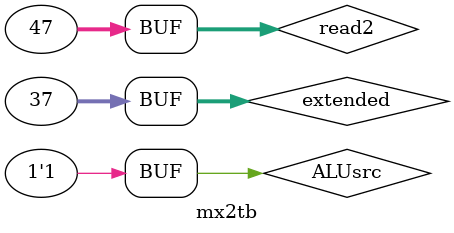
<source format=v>
`timescale 1ns / 1ps
module mx2tb();
reg ALUsrc;
reg [31:0] read2,extended;
wire [31:0] aluout;
initial begin
    ALUsrc = 0;
    #50;
    read2 = 47;
    #50;
    ALUsrc = 1;
    #50;
    extended = 37;
    #50;
end
MUXforALU mx2(ALUsrc,read2,extended,aluout);
endmodule

</source>
